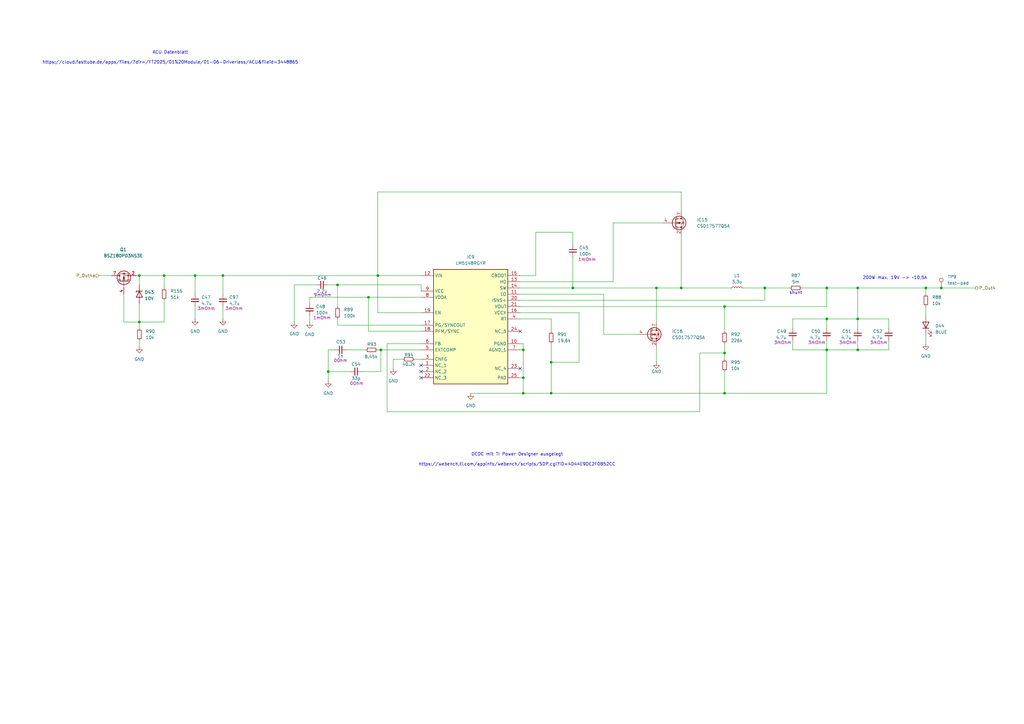
<source format=kicad_sch>
(kicad_sch (version 20231120) (generator "eeschema") (generator_version "8.0")
  (paper "A3")
  (title_block (title "PDU FT25") (date "2025-01-06") (rev "V1.1") (company "Janek Herm") (comment 1 "FaSTTUBe Electronics"))
  (lib_symbols
    (symbol "Connector:TestPoint" (pin_numbers hide) (pin_names (offset 0.762) hide)
      (property "Reference" "TP" (at 0 6.858 0))
      (property "Value" "TestPoint" (at 0 5.08 0))
      (symbol "TestPoint_0_1"
        (circle (center 0 3.302) (radius 0.762))
      )
      (symbol "TestPoint_1_1"
        (pin passive line (at 0 0 90) (length 2.54) (name "1") (number "1"))
      )
    )
    (symbol "Device:C_Small" (pin_numbers hide) (pin_names (offset 0.254) hide)
      (property "Reference" "C" (at 0.254 1.778 0))
      (property "Value" "C_Small" (at 0.254 -2.032 0))
      (symbol "C_Small_0_1"
        (polyline (pts (xy -1.524 -0.508) (xy 1.524 -0.508)) (stroke (width 0.3302)))
        (polyline (pts (xy -1.524 0.508) (xy 1.524 0.508)) (stroke (width 0.3048)))
      )
      (symbol "C_Small_1_1"
        (pin passive line (at 0 2.54 270) (length 2.032) (name "~") (number "1"))
        (pin passive line (at 0 -2.54 90) (length 2.032) (name "~") (number "2"))
      )
    )
    (symbol "Device:D_Zener" (pin_numbers hide) (pin_names (offset 1.016) hide)
      (property "Reference" "D" (at 0 2.54 0))
      (property "Value" "D_Zener" (at 0 -2.54 0))
      (symbol "D_Zener_0_1"
        (polyline (pts (xy 1.27 0) (xy -1.27 0)))
        (polyline (pts (xy -1.27 -1.27) (xy -1.27 1.27) (xy -0.762 1.27)) (stroke (width 0.254)))
        (polyline (pts (xy 1.27 -1.27) (xy 1.27 1.27) (xy -1.27 0) (xy 1.27 -1.27)) (stroke (width 0.254)))
      )
      (symbol "D_Zener_1_1"
        (pin passive line (at -3.81 0 0) (length 2.54) (name "K") (number "1"))
        (pin passive line (at 3.81 0 180) (length 2.54) (name "A") (number "2"))
      )
    )
    (symbol "Device:LED" (pin_numbers hide) (pin_names (offset 1.016) hide)
      (property "Reference" "D" (at 0 2.54 0))
      (property "Value" "LED" (at 0 -2.54 0))
      (symbol "LED_0_1"
        (polyline (pts (xy -1.27 -1.27) (xy -1.27 1.27)) (stroke (width 0.254)))
        (polyline (pts (xy -1.27 0) (xy 1.27 0)))
        (polyline (pts (xy 1.27 -1.27) (xy 1.27 1.27) (xy -1.27 0) (xy 1.27 -1.27)) (stroke (width 0.254)))
        (polyline (pts (xy -3.048 -0.762) (xy -4.572 -2.286) (xy -3.81 -2.286) (xy -4.572 -2.286) (xy -4.572 -1.524)))
        (polyline (pts (xy -1.778 -0.762) (xy -3.302 -2.286) (xy -2.54 -2.286) (xy -3.302 -2.286) (xy -3.302 -1.524)))
      )
      (symbol "LED_1_1"
        (pin passive line (at -3.81 0 0) (length 2.54) (name "K") (number "1"))
        (pin passive line (at 3.81 0 180) (length 2.54) (name "A") (number "2"))
      )
    )
    (symbol "Device:L_Small" (pin_numbers hide) (pin_names (offset 0.254) hide)
      (property "Reference" "L" (at 0.762 1.016 0))
      (property "Value" "L_Small" (at 0.762 -1.016 0))
      (symbol "L_Small_0_1"
        (arc (start 0 -2.032) (mid 0.5058 -1.524) (end 0 -1.016))
        (arc (start 0 -1.016) (mid 0.5058 -0.508) (end 0 0))
        (arc (start 0 0) (mid 0.5058 0.508) (end 0 1.016))
        (arc (start 0 1.016) (mid 0.5058 1.524) (end 0 2.032))
      )
      (symbol "L_Small_1_1"
        (pin passive line (at 0 2.54 270) (length 0.508) (name "~") (number "1"))
        (pin passive line (at 0 -2.54 90) (length 0.508) (name "~") (number "2"))
      )
    )
    (symbol "Device:R_Small" (pin_numbers hide) (pin_names (offset 0.254) hide)
      (property "Reference" "R" (at 0.762 0.508 0))
      (property "Value" "R_Small" (at 0.762 -1.016 0))
      (symbol "R_Small_0_1"
        (rectangle (start -0.762 1.778) (end 0.762 -1.778) (stroke (width 0.2032)))
      )
      (symbol "R_Small_1_1"
        (pin passive line (at 0 2.54 270) (length 0.762) (name "~") (number "1"))
        (pin passive line (at 0 -2.54 90) (length 0.762) (name "~") (number "2"))
      )
    )
    (symbol "FaSTTUBe_microcontrollers:BSZ180P03NS3E"
      (property "Reference" "Q" (at 4.445 0.635 0))
      (symbol "BSZ180P03NS3E_0_1"
        (circle (center -0.889 0) (radius 2.794) (stroke (width 0.254)))
        (circle (center 0 -1.778) (radius 0.254) (fill (type outline)))
        (polyline (pts (xy -2.286 0) (xy -5.08 0)))
        (polyline (pts (xy -2.286 1.905) (xy -2.286 -1.905)) (stroke (width 0.254)))
        (polyline (pts (xy -1.778 -1.27) (xy -1.778 -2.286)) (stroke (width 0.254)))
        (polyline (pts (xy -1.778 0.508) (xy -1.778 -0.508)) (stroke (width 0.254)))
        (polyline (pts (xy -1.778 2.286) (xy -1.778 1.27)) (stroke (width 0.254)))
        (polyline (pts (xy 0 1.905) (xy 0 2.54)))
        (polyline (pts (xy 0 2.54) (xy 0 1.778)))
        (polyline (pts (xy 0 -2.54) (xy 0 0) (xy -1.778 0)))
        (polyline (pts (xy -1.778 1.778) (xy 0.762 1.778) (xy 0.762 -1.778) (xy -1.778 -1.778)))
        (polyline (pts (xy -0.254 0) (xy -1.27 0.381) (xy -1.27 -0.381) (xy -0.254 0)) (fill (type outline)))
        (polyline (pts (xy 0.254 -0.508) (xy 0.381 -0.381) (xy 1.143 -0.381) (xy 1.27 -0.254)))
        (polyline (pts (xy 0.762 -0.381) (xy 0.381 0.254) (xy 1.143 0.254) (xy 0.762 -0.381)))
        (circle (center 0 1.778) (radius 0.254) (fill (type outline)))
      )
      (symbol "BSZ180P03NS3E_1_1"
        (pin passive line (at 0 -5.08 90) (length 2.54) hide (name "") (number "1"))
        (pin passive line (at 0 -5.08 90) (length 2.54) hide (name "") (number "10"))
        (pin passive line (at 0 -5.08 90) (length 2.54) (name "") (number "2"))
        (pin passive line (at 0 -5.08 90) (length 2.54) hide (name "") (number "3"))
        (pin input line (at -7.62 0 0) (length 2.54) (name "") (number "4"))
        (pin passive line (at 0 5.08 270) (length 2.54) hide (name "") (number "5"))
        (pin passive line (at 0 5.08 270) (length 2.54) hide (name "") (number "6"))
        (pin passive line (at 0 5.08 270) (length 2.54) (name "") (number "7"))
        (pin passive line (at 0 5.08 270) (length 2.54) hide (name "") (number "8"))
        (pin passive line (at 0 5.08 270) (length 2.54) hide (name "") (number "9"))
      )
    )
    (symbol "FaSTTUBe_microcontrollers:CSD17577Q5A"
      (property "Reference" "IC" (at 9.144 -15.113 0))
      (property "Value" "CSD17577Q5A" (at 9.906 -17.145 0))
      (symbol "CSD17577Q5A_0_1"
        (circle (center -0.889 -16.51) (radius 2.794) (stroke (width 0.254)))
        (circle (center 0 -18.288) (radius 0.254) (fill (type outline)))
        (circle (center 0 -14.732) (radius 0.254) (fill (type outline)))
        (polyline (pts (xy -2.286 -16.51) (xy -5.08 -16.51)))
        (polyline (pts (xy -2.286 -14.605) (xy -2.286 -18.415)) (stroke (width 0.254)))
        (polyline (pts (xy -1.778 -17.78) (xy -1.778 -18.796)) (stroke (width 0.254)))
        (polyline (pts (xy -1.778 -16.002) (xy -1.778 -17.018)) (stroke (width 0.254)))
        (polyline (pts (xy -1.778 -14.224) (xy -1.778 -15.24)) (stroke (width 0.254)))
        (polyline (pts (xy 0 -13.97) (xy 0 -14.732)))
        (polyline (pts (xy 0 -19.05) (xy 0 -16.51) (xy -1.778 -16.51)))
        (polyline (pts (xy -1.778 -18.288) (xy 0.762 -18.288) (xy 0.762 -14.732) (xy -1.778 -14.732)))
        (polyline (pts (xy -1.524 -16.51) (xy -0.508 -16.129) (xy -0.508 -16.891) (xy -1.524 -16.51)) (fill (type outline)))
        (polyline (pts (xy 0.254 -16.002) (xy 0.381 -16.129) (xy 1.143 -16.129) (xy 1.27 -16.256)))
        (polyline (pts (xy 0.762 -16.129) (xy 0.381 -16.764) (xy 1.143 -16.764) (xy 0.762 -16.129)))
      )
      (symbol "CSD17577Q5A_1_1"
        (pin passive line (at 0 -21.59 90) (length 2.54) hide (name "") (number "1"))
        (pin passive line (at 0 -21.59 90) (length 2.54) (name "") (number "2"))
        (pin passive line (at 0 -21.59 90) (length 2.54) hide (name "") (number "3"))
        (pin input line (at -7.62 -16.51 0) (length 2.54) (name "") (number "4"))
        (pin passive line (at 0 -11.43 270) (length 2.54) hide (name "") (number "5"))
        (pin passive line (at 0 -11.43 270) (length 2.54) hide (name "") (number "6"))
        (pin passive line (at 0 -11.43 270) (length 2.54) (name "") (number "7"))
        (pin passive line (at 0 -11.43 270) (length 2.54) hide (name "") (number "8"))
        (pin passive line (at 0 -11.43 270) (length 2.54) hide (name "") (number "9"))
      )
    )
    (symbol "LM5148RGYR:LM5148RGYR"
      (property "Reference" "IC" (at 36.83 17.78 0))
      (property "Value" "LM5148RGYR" (at 36.83 15.24 0))
      (symbol "LM5148RGYR_1_1"
        (rectangle (start 5.08 12.7) (end 35.56 -34.29) (stroke (width 0.254)) (fill (type background)))
        (pin passive line (at 0 -26.67 0) (length 5.08) (name "NC_1") (number "1"))
        (pin passive line (at 40.64 -17.78 180) (length 5.08) (name "PGND") (number "10"))
        (pin passive line (at 40.64 2.54 180) (length 5.08) (name "LO") (number "11"))
        (pin passive line (at 0 10.16 0) (length 5.08) (name "VIN") (number "12"))
        (pin passive line (at 40.64 7.62 180) (length 5.08) (name "HO") (number "13"))
        (pin passive line (at 40.64 5.08 180) (length 5.08) (name "SW") (number "14"))
        (pin passive line (at 40.64 10.16 180) (length 5.08) (name "CBOOT") (number "15"))
        (pin passive line (at 40.64 -5.08 180) (length 5.08) (name "VCCX") (number "16"))
        (pin passive line (at 0 -10.16 0) (length 5.08) (name "PG/SYNCOUT") (number "17"))
        (pin passive line (at 0 -12.7 0) (length 5.08) (name "PFM/SYNC") (number "18"))
        (pin passive line (at 0 -5.08 0) (length 5.08) (name "EN") (number "19"))
        (pin passive line (at 0 -29.21 0) (length 5.08) (name "NC_2") (number "2"))
        (pin passive line (at 40.64 0 180) (length 5.08) (name "ISNS+") (number "20"))
        (pin passive line (at 40.64 -2.54 180) (length 5.08) (name "VOUT") (number "21"))
        (pin passive line (at 0 -31.75 0) (length 5.08) (name "NC_3") (number "22"))
        (pin passive line (at 40.64 -27.94 180) (length 5.08) (name "NC_4") (number "23"))
        (pin passive line (at 40.64 -12.7 180) (length 5.08) (name "NC_5") (number "24"))
        (pin passive line (at 40.64 -31.75 180) (length 5.08) (name "PAD") (number "25"))
        (pin passive line (at 0 -24.13 0) (length 5.08) (name "CNFG") (number "3"))
        (pin passive line (at 40.64 -7.62 180) (length 5.08) (name "RT") (number "4"))
        (pin passive line (at 0 -20.32 0) (length 5.08) (name "EXTCOMP") (number "5"))
        (pin passive line (at 0 -17.78 0) (length 5.08) (name "FB") (number "6"))
        (pin passive line (at 40.64 -20.32 180) (length 5.08) (name "AGND_1") (number "7"))
        (pin passive line (at 0 1.27 0) (length 5.08) (name "VDDA") (number "8"))
        (pin passive line (at 0 3.81 0) (length 5.08) (name "VCC") (number "9"))
      )
    )
    (symbol "power:GND" (power) (pin_numbers hide) (pin_names (offset 0) hide)
      (property "Value" "GND" (at 0 -3.81 0))
      (symbol "GND_0_1"
        (polyline (pts (xy 0 0) (xy 0 -1.27) (xy 1.27 -1.27) (xy 0 -2.54) (xy -1.27 -1.27) (xy 0 -1.27)))
      )
      (symbol "GND_1_1"
        (pin power_in line (at 0 0 270) (length 0) (name "~") (number "1"))
      )
    )
  )
  (junction (at 214.63 161.29))
  (junction (at 279.4 118.11))
  (junction (at 351.79 130.81))
  (junction (at 57.15 113.03))
  (junction (at 339.09 143.51))
  (junction (at 386.08 118.11))
  (junction (at 379.73 118.11))
  (junction (at 67.31 113.03))
  (junction (at 80.01 113.03))
  (junction (at 351.79 118.11))
  (junction (at 269.24 118.11))
  (junction (at 226.06 161.29))
  (junction (at 151.13 121.92))
  (junction (at 214.63 154.94))
  (junction (at 297.18 144.78))
  (junction (at 156.21 143.51))
  (junction (at 313.69 118.11))
  (junction (at 297.18 125.73))
  (junction (at 138.43 116.84))
  (junction (at 234.95 118.11))
  (junction (at 57.15 132.08))
  (junction (at 154.94 113.03))
  (junction (at 91.44 113.03))
  (junction (at 226.06 148.59))
  (junction (at 339.09 118.11))
  (junction (at 297.18 161.29))
  (junction (at 339.09 130.81))
  (junction (at 351.79 143.51))
  (junction (at 134.62 152.4))
  (junction (at 214.63 143.51))
  (no_connect (at 172.72 152.4))
  (no_connect (at 172.72 154.94))
  (no_connect (at 172.72 149.86))
  (no_connect (at 213.36 151.13))
  (no_connect (at 213.36 135.89))
  (wire (pts (xy 226.06 130.81) (xy 226.06 135.89)))
  (wire (pts (xy 57.15 139.7) (xy 57.15 142.24)))
  (wire (pts (xy 339.09 130.81) (xy 351.79 130.81)))
  (wire (pts (xy 120.65 132.08) (xy 120.65 116.84)))
  (wire (pts (xy 297.18 152.4) (xy 297.18 161.29)))
  (wire (pts (xy 351.79 143.51) (xy 364.49 143.51)))
  (wire (pts (xy 213.36 128.27) (xy 237.49 128.27)))
  (wire (pts (xy 214.63 143.51) (xy 213.36 143.51)))
  (wire (pts (xy 158.75 168.91) (xy 287.02 168.91)))
  (wire (pts (xy 214.63 161.29) (xy 226.06 161.29)))
  (wire (pts (xy 127 121.92) (xy 127 124.46)))
  (wire (pts (xy 269.24 118.11) (xy 279.4 118.11)))
  (wire (pts (xy 226.06 148.59) (xy 226.06 161.29)))
  (wire (pts (xy 91.44 113.03) (xy 154.94 113.03)))
  (wire (pts (xy 339.09 139.7) (xy 339.09 143.51)))
  (wire (pts (xy 351.79 118.11) (xy 351.79 130.81)))
  (wire (pts (xy 351.79 118.11) (xy 379.73 118.11)))
  (wire (pts (xy 379.73 118.11) (xy 386.08 118.11)))
  (wire (pts (xy 364.49 134.62) (xy 364.49 130.81)))
  (wire (pts (xy 154.94 78.74) (xy 279.4 78.74)))
  (wire (pts (xy 297.18 161.29) (xy 339.09 161.29)))
  (wire (pts (xy 127 121.92) (xy 151.13 121.92)))
  (wire (pts (xy 325.12 134.62) (xy 325.12 130.81)))
  (wire (pts (xy 364.49 139.7) (xy 364.49 143.51)))
  (wire (pts (xy 339.09 143.51) (xy 339.09 161.29)))
  (wire (pts (xy 67.31 113.03) (xy 80.01 113.03)))
  (wire (pts (xy 214.63 140.97) (xy 213.36 140.97)))
  (wire (pts (xy 269.24 118.11) (xy 269.24 132.08)))
  (wire (pts (xy 148.59 152.4) (xy 156.21 152.4)))
  (wire (pts (xy 154.94 113.03) (xy 172.72 113.03)))
  (wire (pts (xy 172.72 128.27) (xy 154.94 128.27)))
  (wire (pts (xy 91.44 113.03) (xy 91.44 120.65)))
  (wire (pts (xy 80.01 125.73) (xy 80.01 130.81)))
  (wire (pts (xy 214.63 161.29) (xy 214.63 154.94)))
  (wire (pts (xy 172.72 140.97) (xy 158.75 140.97)))
  (wire (pts (xy 234.95 95.25) (xy 234.95 100.33)))
  (wire (pts (xy 120.65 116.84) (xy 129.54 116.84)))
  (wire (pts (xy 325.12 143.51) (xy 325.12 139.7)))
  (wire (pts (xy 156.21 152.4) (xy 156.21 143.51)))
  (wire (pts (xy 57.15 113.03) (xy 67.31 113.03)))
  (wire (pts (xy 213.36 130.81) (xy 226.06 130.81)))
  (wire (pts (xy 379.73 137.16) (xy 379.73 140.97)))
  (wire (pts (xy 325.12 130.81) (xy 339.09 130.81)))
  (wire (pts (xy 57.15 124.46) (xy 57.15 132.08)))
  (wire (pts (xy 161.29 151.13) (xy 161.29 147.32)))
  (wire (pts (xy 313.69 118.11) (xy 323.85 118.11)))
  (wire (pts (xy 158.75 140.97) (xy 158.75 168.91)))
  (wire (pts (xy 339.09 130.81) (xy 339.09 134.62)))
  (wire (pts (xy 379.73 125.73) (xy 379.73 129.54)))
  (wire (pts (xy 214.63 143.51) (xy 214.63 154.94)))
  (wire (pts (xy 138.43 133.35) (xy 138.43 130.81)))
  (wire (pts (xy 351.79 134.62) (xy 351.79 130.81)))
  (wire (pts (xy 313.69 123.19) (xy 313.69 118.11)))
  (wire (pts (xy 251.46 91.44) (xy 251.46 115.57)))
  (wire (pts (xy 386.08 118.11) (xy 400.05 118.11)))
  (wire (pts (xy 237.49 148.59) (xy 226.06 148.59)))
  (wire (pts (xy 351.79 130.81) (xy 364.49 130.81)))
  (wire (pts (xy 234.95 118.11) (xy 269.24 118.11)))
  (wire (pts (xy 154.94 113.03) (xy 154.94 78.74)))
  (wire (pts (xy 134.62 143.51) (xy 137.16 143.51)))
  (wire (pts (xy 80.01 113.03) (xy 91.44 113.03)))
  (wire (pts (xy 247.65 120.65) (xy 213.36 120.65)))
  (wire (pts (xy 213.36 118.11) (xy 234.95 118.11)))
  (wire (pts (xy 219.71 113.03) (xy 219.71 95.25)))
  (wire (pts (xy 91.44 125.73) (xy 91.44 130.81)))
  (wire (pts (xy 138.43 125.73) (xy 138.43 116.84)))
  (wire (pts (xy 213.36 113.03) (xy 219.71 113.03)))
  (wire (pts (xy 279.4 78.74) (xy 279.4 86.36)))
  (wire (pts (xy 57.15 113.03) (xy 57.15 116.84)))
  (wire (pts (xy 247.65 120.65) (xy 247.65 137.16)))
  (wire (pts (xy 351.79 139.7) (xy 351.79 143.51)))
  (wire (pts (xy 151.13 135.89) (xy 151.13 121.92)))
  (wire (pts (xy 127 129.54) (xy 127 132.08)))
  (wire (pts (xy 325.12 143.51) (xy 339.09 143.51)))
  (wire (pts (xy 339.09 118.11) (xy 339.09 125.73)))
  (wire (pts (xy 379.73 118.11) (xy 379.73 120.65)))
  (wire (pts (xy 67.31 132.08) (xy 57.15 132.08)))
  (wire (pts (xy 219.71 95.25) (xy 234.95 95.25)))
  (wire (pts (xy 149.86 143.51) (xy 142.24 143.51)))
  (wire (pts (xy 297.18 140.97) (xy 297.18 144.78)))
  (wire (pts (xy 134.62 152.4) (xy 134.62 156.21)))
  (wire (pts (xy 297.18 125.73) (xy 297.18 135.89)))
  (wire (pts (xy 279.4 96.52) (xy 279.4 118.11)))
  (wire (pts (xy 134.62 143.51) (xy 134.62 152.4)))
  (wire (pts (xy 50.8 120.65) (xy 50.8 132.08)))
  (wire (pts (xy 304.8 118.11) (xy 313.69 118.11)))
  (wire (pts (xy 161.29 147.32) (xy 165.1 147.32)))
  (wire (pts (xy 214.63 154.94) (xy 213.36 154.94)))
  (wire (pts (xy 80.01 113.03) (xy 80.01 120.65)))
  (wire (pts (xy 172.72 121.92) (xy 151.13 121.92)))
  (wire (pts (xy 339.09 118.11) (xy 351.79 118.11)))
  (wire (pts (xy 154.94 143.51) (xy 156.21 143.51)))
  (wire (pts (xy 234.95 105.41) (xy 234.95 118.11)))
  (wire (pts (xy 287.02 168.91) (xy 287.02 144.78)))
  (wire (pts (xy 138.43 116.84) (xy 172.72 116.84)))
  (wire (pts (xy 154.94 128.27) (xy 154.94 113.03)))
  (wire (pts (xy 339.09 143.51) (xy 351.79 143.51)))
  (wire (pts (xy 269.24 148.59) (xy 269.24 142.24)))
  (wire (pts (xy 172.72 133.35) (xy 138.43 133.35)))
  (wire (pts (xy 193.04 161.29) (xy 214.63 161.29)))
  (wire (pts (xy 172.72 116.84) (xy 172.72 119.38)))
  (wire (pts (xy 226.06 161.29) (xy 297.18 161.29)))
  (wire (pts (xy 172.72 135.89) (xy 151.13 135.89)))
  (wire (pts (xy 213.36 115.57) (xy 251.46 115.57)))
  (wire (pts (xy 170.18 147.32) (xy 172.72 147.32)))
  (wire (pts (xy 67.31 113.03) (xy 67.31 118.11)))
  (wire (pts (xy 214.63 140.97) (xy 214.63 143.51)))
  (wire (pts (xy 55.88 113.03) (xy 57.15 113.03)))
  (wire (pts (xy 57.15 132.08) (xy 57.15 134.62)))
  (wire (pts (xy 247.65 137.16) (xy 261.62 137.16)))
  (wire (pts (xy 226.06 140.97) (xy 226.06 148.59)))
  (wire (pts (xy 328.93 118.11) (xy 339.09 118.11)))
  (wire (pts (xy 279.4 118.11) (xy 299.72 118.11)))
  (wire (pts (xy 67.31 123.19) (xy 67.31 132.08)))
  (wire (pts (xy 134.62 152.4) (xy 143.51 152.4)))
  (wire (pts (xy 297.18 144.78) (xy 297.18 147.32)))
  (wire (pts (xy 156.21 143.51) (xy 172.72 143.51)))
  (wire (pts (xy 287.02 144.78) (xy 297.18 144.78)))
  (wire (pts (xy 40.64 113.03) (xy 45.72 113.03)))
  (wire (pts (xy 213.36 125.73) (xy 297.18 125.73)))
  (wire (pts (xy 213.36 123.19) (xy 313.69 123.19)))
  (wire (pts (xy 251.46 91.44) (xy 271.78 91.44)))
  (wire (pts (xy 297.18 125.73) (xy 339.09 125.73)))
  (wire (pts (xy 134.62 116.84) (xy 138.43 116.84)))
  (wire (pts (xy 50.8 132.08) (xy 57.15 132.08)))
  (wire (pts (xy 237.49 128.27) (xy 237.49 148.59)))
  (text "ACU Datenblatt\n\nhttps://cloud.fasttube.de/apps/files/?dir=/FT2025/01%20Module/01-06-Driverless/ACU&fileid=3448865" (at 69.85 23.622 0) (effects (font (size 1.27 1.27))))
  (text "200W max. 19V -> ~10,5A" (at 367.03 114.046 0) (effects (font (size 1.27 1.27))))
  (text "DCDC mit TI Power Designer ausgelegt\n\nhttps://webench.ti.com/appinfo/webench/scripts/SDP.cgi?ID=4D44E9DE2F0B52CC" (at 212.09 188.468 0) (effects (font (size 1.27 1.27))))
  (text "shunt" (at 326.39 120.142 0) (effects (font (size 1.27 1.27))))
  (hierarchical_label "P_Out4" (shape output) (at 400.05 118.11 0))
  (hierarchical_label "P_Out4a" (shape input) (at 40.64 113.03 180))
  (symbol (lib_id "power:GND") (at 269.24 148.59 0) (unit 1)
    (property "Reference" "#PWR0147" (effects (hide yes)))
    (property "Value" "GND" (at 267.208 152.3999 0) (effects (justify left)))
    (property "Description" "Power symbol creates a global label with name \"GND\" , ground" (effects (hide yes)))
  )
  (symbol (lib_id "FaSTTUBe_microcontrollers:CSD17577Q5A") (at 269.24 120.65 0) (unit 1)
    (property "Reference" "IC16" (at 275.59 135.8899 0) (effects (justify left)))
    (property "Value" "CSD17577Q5A" (at 275.59 138.4299 0) (effects (justify left)))
    (property "Footprint" "CSD17303Q5:CSD17303Q5" (effects (hide yes)))
    (property "Datasheet" "https://www.ti.com/lit/ds/symlink/csd17577q5a.pdf" (effects (hide yes)))
  )
  (symbol (lib_id "Device:R_Small") (at 152.4 143.51 270) (unit 1)
    (property "Reference" "R93" (at 154.4319 141.224 90) (effects (justify right)))
    (property "Value" "8.45k" (at 154.9399 146.304 90) (effects (justify right)))
    (property "Footprint" "Resistor_SMD:R_0603_1608Metric" (effects (hide yes)))
    (property "Description" "63mW, 1% Tolerance" (effects (hide yes)))
  )
  (symbol (lib_id "Device:R_Small") (at 226.06 138.43 180) (unit 1)
    (property "Reference" "R91" (at 228.6 137.1599 0) (effects (justify right)))
    (property "Value" "19.6k" (at 228.6 139.6999 0) (effects (justify right)))
    (property "Footprint" "Resistor_SMD:R_0603_1608Metric" (effects (hide yes)))
    (property "Description" "63mW, 1%" (effects (hide yes)))
  )
  (symbol (lib_id "Device:C_Small") (at 91.44 123.19 0) (unit 1)
    (property "Reference" "C97" (at 93.98 121.9262 0) (effects (justify left)))
    (property "Value" "4.7u" (at 93.98 124.4662 0) (effects (justify left)))
    (property "Footprint" "Capacitor_SMD:C_1210_3225Metric" (effects (hide yes)))
    (property "Description" "X7R, 50V" (effects (hide yes)))
    (property "Resistance" "3mOhm" (at 96.012 126.492 0))
    (property "MPR" "GRM31CR71H475KA12L" (effects (hide yes)))
  )
  (symbol (lib_id "power:GND") (at 379.73 140.97 0) (unit 1)
    (property "Reference" "#PWR0146" (effects (hide yes)))
    (property "Value" "GND" (at 379.73 146.05 0))
    (property "Description" "Power symbol creates a global label with name \"GND\" , ground" (effects (hide yes)))
  )
  (symbol (lib_id "Device:R_Small") (at 167.64 147.32 90) (unit 1)
    (property "Reference" "R94" (at 169.6719 145.542 90) (effects (justify left)))
    (property "Value" "40.2k" (at 170.4339 149.352 90) (effects (justify left)))
    (property "Footprint" "Resistor_SMD:R_0603_1608Metric" (effects (hide yes)))
    (property "Description" "100mW, 1% Tolerance" (effects (hide yes)))
  )
  (symbol (lib_id "Device:C_Small") (at 139.7 143.51 90) (unit 1)
    (property "Reference" "C53" (at 141.7382 140.208 90) (effects (justify left)))
    (property "Value" "1n" (at 140.9762 146.05 90) (effects (justify left)))
    (property "Footprint" "Capacitor_SMD:C_0603_1608Metric" (effects (hide yes)))
    (property "Description" "C0G / NP0, 50V" (effects (hide yes)))
    (property "Resistance" "0Ohm" (at 139.7 147.828 90))
  )
  (symbol (lib_id "Device:C_Small") (at 325.12 137.16 0) (mirror y) (unit 1)
    (property "Reference" "C49" (at 322.58 135.8962 0) (effects (justify left)))
    (property "Value" "4.7u" (at 322.58 138.4362 0) (effects (justify left)))
    (property "Footprint" "Capacitor_SMD:C_2220_5750Metric" (effects (hide yes)))
    (property "Description" "X7R, 50V" (effects (hide yes)))
    (property "Resistance" "3mOhm" (at 321.056 140.462 0))
  )
  (symbol (lib_id "power:GND") (at 134.62 156.21 0) (unit 1)
    (property "Reference" "#PWR0149" (effects (hide yes)))
    (property "Value" "GND" (at 134.62 161.29 0))
    (property "Description" "Power symbol creates a global label with name \"GND\" , ground" (effects (hide yes)))
  )
  (symbol (lib_id "Device:L_Small") (at 302.26 118.11 90) (unit 1)
    (property "Reference" "L1" (at 302.26 113.03 90))
    (property "Value" "3.3u" (at 302.26 115.57 90))
    (property "Footprint" "7443330330:WE-HCC_109021" (effects (hide yes)))
    (property "Datasheet" "https://www.we-online.com/components/products/datasheet/7443330330.pdf" (effects (hide yes)))
    (property "Description" "Inductor, small symbol" (effects (hide yes)))
    (property "MPR" "7443330330" (effects (hide yes)))
  )
  (symbol (lib_id "Device:R_Small") (at 379.73 123.19 0) (unit 1)
    (property "Reference" "R88" (at 382.27 121.9199 0) (effects (justify left)))
    (property "Value" "10k" (at 382.27 124.4599 0) (effects (justify left)))
    (property "Footprint" "Resistor_SMD:R_0603_1608Metric" (effects (hide yes)))
    (property "Description" "Resistor, small symbol" (effects (hide yes)))
  )
  (symbol (lib_id "Connector:TestPoint") (at 386.08 118.11 0) (unit 1)
    (property "Reference" "TP9" (at 388.62 113.5379 0) (effects (justify left)))
    (property "Value" "test-pad" (at 388.62 116.0779 0) (effects (justify left)))
    (property "Footprint" "5025:5025" (effects (hide yes)))
    (property "Description" "test point" (effects (hide yes)))
  )
  (symbol (lib_id "Device:R_Small") (at 57.15 137.16 0) (unit 1)
    (property "Reference" "R90" (at 59.69 135.8899 0) (effects (justify left)))
    (property "Value" "10k" (at 59.69 138.4299 0) (effects (justify left)))
    (property "Footprint" "Resistor_SMD:R_0603_1608Metric" (effects (hide yes)))
    (property "Description" "Resistor, small symbol" (effects (hide yes)))
  )
  (symbol (lib_id "Device:C_Small") (at 339.09 137.16 0) (mirror y) (unit 1)
    (property "Reference" "C50" (at 336.55 135.8962 0) (effects (justify left)))
    (property "Value" "4.7u" (at 336.55 138.4362 0) (effects (justify left)))
    (property "Footprint" "Capacitor_SMD:C_2220_5750Metric" (effects (hide yes)))
    (property "Description" "X7R, 50V" (effects (hide yes)))
    (property "Resistance" "3mOhm" (at 335.026 140.462 0))
  )
  (symbol (lib_id "Device:R_Small") (at 297.18 138.43 0) (unit 1)
    (property "Reference" "R92" (at 299.72 137.1599 0) (effects (justify left)))
    (property "Value" "226k" (at 299.72 139.6999 0) (effects (justify left)))
    (property "Footprint" "Resistor_SMD:R_0603_1608Metric" (effects (hide yes)))
    (property "Description" "63mW, 1%" (effects (hide yes)))
  )
  (symbol (lib_id "power:GND") (at 127 132.08 0) (unit 1)
    (property "Reference" "#PWR0144" (effects (hide yes)))
    (property "Value" "GND" (at 127 137.16 0))
    (property "Description" "Power symbol creates a global label with name \"GND\" , ground" (effects (hide yes)))
  )
  (symbol (lib_id "Device:C_Small") (at 351.79 137.16 0) (mirror y) (unit 1)
    (property "Reference" "C51" (at 349.25 135.8962 0) (effects (justify left)))
    (property "Value" "4.7u" (at 349.25 138.4362 0) (effects (justify left)))
    (property "Footprint" "Capacitor_SMD:C_2220_5750Metric" (effects (hide yes)))
    (property "Description" "X7R, 50V" (effects (hide yes)))
    (property "Resistance" "3mOhm" (at 347.726 140.462 0))
  )
  (symbol (lib_id "FaSTTUBe_microcontrollers:CSD17577Q5A") (at 279.4 74.93 0) (unit 1)
    (property "Reference" "IC15" (at 285.75 90.1699 0) (effects (justify left)))
    (property "Value" "CSD17577Q5A" (at 285.75 92.7099 0) (effects (justify left)))
    (property "Footprint" "CSD17303Q5:CSD17303Q5" (effects (hide yes)))
    (property "Datasheet" "https://www.ti.com/lit/ds/symlink/csd17577q5a.pdf" (effects (hide yes)))
  )
  (symbol (lib_id "Device:R_Small") (at 138.43 128.27 0) (unit 1)
    (property "Reference" "R89" (at 140.97 126.9999 0) (effects (justify left)))
    (property "Value" "100k" (at 140.97 129.5399 0) (effects (justify left)))
    (property "Footprint" "Resistor_SMD:R_0603_1608Metric" (effects (hide yes)))
    (property "Description" "100mW, 1% Tolerance" (effects (hide yes)))
  )
  (symbol (lib_id "Device:C_Small") (at 146.05 152.4 270) (unit 1)
    (property "Reference" "C54" (at 146.0436 149.352 90))
    (property "Value" "33p" (at 146.0436 155.194 90))
    (property "Footprint" "Capacitor_SMD:C_0805_2012Metric" (effects (hide yes)))
    (property "Description" "C0G / NP0, 50V" (effects (hide yes)))
    (property "Resistance" "0Ohm" (at 146.304 157.226 90))
  )
  (symbol (lib_id "FaSTTUBe_microcontrollers:BSZ180P03NS3E") (at 50.8 113.03 90) (unit 1)
    (property "Reference" "Q1" (at 50.546 102.362 90))
    (property "Value" "BSZ180P03NS3E" (at 50.546 104.902 90))
    (property "Footprint" "BSZ180P03NS3E:TSDSON-8-FL_INF" (effects (hide yes)))
    (property "Datasheet" "https://www.mouser.de/datasheet/2/196/Infineon_BSZ180P03NS3E_G_DS_v02_01_en-1731313.pdf" (effects (hide yes)))
  )
  (symbol (lib_id "LM5148RGYR:LM5148RGYR") (at 172.72 123.19 0) (unit 1)
    (property "Reference" "IC9" (at 193.04 105.41 0))
    (property "Value" "LM5148RGYR" (at 193.04 107.95 0))
    (property "Footprint" "LM5148RGY:LM5148RGYR" (effects (hide yes)))
    (property "Datasheet" "https://www.ti.com/lit/ds/symlink/lm5148.pdf?ts=1680990210570&ref_url=https%253A%252F%252Fwww.ti.com%252Fproduct%252FLM5148" (effects (hide yes)))
    (property "Description" "Switching Controllers 3.5-V to 80-V, current mode synchronous buck controller" (effects (hide yes)))
    (property "Height" "1" (effects (hide yes)))
    (property "Mouser Part Number" "595-LM5148RGYR" (effects (hide yes)))
    (property "Mouser Price/Stock" "https://www.mouser.co.uk/ProductDetail/Texas-Instruments/LM5148RGYR?qs=Jm2GQyTW%2FbgsJOyzcNbTmw%3D%3D" (effects (hide yes)))
    (property "Manufacturer_Name" "Texas Instruments" (effects (hide yes)))
    (property "Manufacturer_Part_Number" "LM5148RGYR" (effects (hide yes)))
  )
  (symbol (lib_id "Device:R_Small") (at 297.18 149.86 0) (unit 1)
    (property "Reference" "R95" (at 299.72 148.5899 0) (effects (justify left)))
    (property "Value" "10k" (at 299.72 151.1299 0) (effects (justify left)))
    (property "Footprint" "Resistor_SMD:R_0603_1608Metric" (effects (hide yes)))
    (property "Description" "63mW, 1%" (effects (hide yes)))
  )
  (symbol (lib_id "power:GND") (at 80.01 130.81 0) (unit 1)
    (property "Reference" "#PWR0142" (effects (hide yes)))
    (property "Value" "GND" (at 80.01 135.89 0))
    (property "Description" "Power symbol creates a global label with name \"GND\" , ground" (effects (hide yes)))
  )
  (symbol (lib_id "Device:D_Zener") (at 57.15 120.65 90) (mirror x) (unit 1)
    (property "Reference" "D43" (at 61.214 119.888 90))
    (property "Value" "10V" (at 61.214 122.428 90))
    (property "Footprint" "3SMAJ5934B-TP:DIOM5226X244N" (effects (hide yes)))
    (property "Datasheet" "https://www.mouser.de/datasheet/2/258/3SMAJ5918B_3SMAJ5956B_SMA_-3423242.pdf" (effects (hide yes)))
    (property "Description" "Zener diode" (effects (hide yes)))
    (property "MPR" "3SMAJ5925B" (effects (hide yes)))
  )
  (symbol (lib_id "Device:LED") (at 379.73 133.35 90) (unit 1)
    (property "Reference" "D44" (at 383.54 133.6674 90) (effects (justify right)))
    (property "Value" "BLUE" (at 383.54 136.2074 90) (effects (justify right)))
    (property "Footprint" "LED_SMD:LED_0603_1608Metric" (effects (hide yes)))
    (property "Datasheet" "https://www.we-online.com/components/products/datasheet/150060BS75000.pdf" (effects (hide yes)))
    (property "Description" "Light emitting diode" (effects (hide yes)))
    (property "MPR" "150060BS75000" (effects (hide yes)))
  )
  (symbol (lib_id "power:GND") (at 193.04 161.29 0) (unit 1)
    (property "Reference" "#PWR0150" (effects (hide yes)))
    (property "Value" "GND" (at 193.04 166.37 0))
    (property "Description" "Power symbol creates a global label with name \"GND\" , ground" (effects (hide yes)))
  )
  (symbol (lib_id "power:GND") (at 91.44 130.81 0) (unit 1)
    (property "Reference" "#PWR0229" (effects (hide yes)))
    (property "Value" "GND" (at 91.44 135.89 0))
    (property "Description" "Power symbol creates a global label with name \"GND\" , ground" (effects (hide yes)))
  )
  (symbol (lib_id "Device:C_Small") (at 132.08 116.84 90) (unit 1)
    (property "Reference" "C46" (at 132.0863 114.046 90))
    (property "Value" "2.2u" (at 132.0863 119.38 90))
    (property "Footprint" "Capacitor_SMD:C_0603_1608Metric" (effects (hide yes)))
    (property "Description" "X7R, 10V" (effects (hide yes)))
    (property "Resistance" "9mOhm" (at 132.334 120.904 90))
    (property "MPR" "GRM188R71A225KE15D" (effects (hide yes)))
  )
  (symbol (lib_id "power:GND") (at 57.15 142.24 0) (unit 1)
    (property "Reference" "#PWR0145" (effects (hide yes)))
    (property "Value" "GND" (at 57.15 147.32 0))
    (property "Description" "Power symbol creates a global label with name \"GND\" , ground" (effects (hide yes)))
  )
  (symbol (lib_id "Device:R_Small") (at 67.31 120.65 0) (unit 1)
    (property "Reference" "R155" (at 69.85 119.3799 0) (effects (justify left)))
    (property "Value" "51k" (at 69.85 121.9199 0) (effects (justify left)))
    (property "Footprint" "Resistor_SMD:R_0603_1608Metric" (effects (hide yes)))
    (property "Description" "Resistor, small symbol" (effects (hide yes)))
  )
  (symbol (lib_id "Device:R_Small") (at 326.39 118.11 90) (unit 1)
    (property "Reference" "R87" (at 326.39 113.03 90))
    (property "Value" "5m" (at 326.39 115.57 90))
    (property "Footprint" "Resistor_SMD:R_2512_6332Metric" (effects (hide yes)))
    (property "Description" "Resistor, small symbol" (effects (hide yes)))
    (property "MPR" "MFSA1206R0050FCM" (effects (hide yes)))
  )
  (symbol (lib_id "Device:C_Small") (at 127 127 0) (unit 1)
    (property "Reference" "C48" (at 129.54 125.7362 0) (effects (justify left)))
    (property "Value" "100n" (at 129.54 128.2762 0) (effects (justify left)))
    (property "Footprint" "Capacitor_SMD:C_0603_1608Metric" (effects (hide yes)))
    (property "Description" "X7R, 10V" (effects (hide yes)))
    (property "Resistance" "1mOhm" (at 132.08 130.302 0))
    (property "MPR" "GRM155R71A104KA01D" (effects (hide yes)))
  )
  (symbol (lib_id "Device:C_Small") (at 234.95 102.87 0) (unit 1)
    (property "Reference" "C45" (at 237.49 101.6062 0) (effects (justify left)))
    (property "Value" "100n" (at 237.49 104.1462 0) (effects (justify left)))
    (property "Footprint" "Capacitor_SMD:C_0603_1608Metric" (effects (hide yes)))
    (property "Description" "X7R, 10V" (effects (hide yes)))
    (property "Resistance" "1mOhm" (at 240.792 106.426 0))
  )
  (symbol (lib_id "Device:C_Small") (at 80.01 123.19 0) (unit 1)
    (property "Reference" "C47" (at 82.55 121.9262 0) (effects (justify left)))
    (property "Value" "4.7u" (at 82.55 124.4662 0) (effects (justify left)))
    (property "Footprint" "Capacitor_SMD:C_1210_3225Metric" (effects (hide yes)))
    (property "Description" "X7R, 50V" (effects (hide yes)))
    (property "Resistance" "3mOhm" (at 84.582 126.492 0))
    (property "MPR" "GRM31CR71H475KA12L" (effects (hide yes)))
  )
  (symbol (lib_id "power:GND") (at 120.65 132.08 0) (unit 1)
    (property "Reference" "#PWR0143" (effects (hide yes)))
    (property "Value" "GND" (at 118.618 136.9059 0) (effects (justify left)))
    (property "Description" "Power symbol creates a global label with name \"GND\" , ground" (effects (hide yes)))
  )
  (symbol (lib_id "power:GND") (at 161.29 151.13 0) (unit 1)
    (property "Reference" "#PWR0148" (effects (hide yes)))
    (property "Value" "GND" (at 161.29 156.21 0))
    (property "Description" "Power symbol creates a global label with name \"GND\" , ground" (effects (hide yes)))
  )
  (symbol (lib_id "Device:C_Small") (at 364.49 137.16 0) (mirror y) (unit 1)
    (property "Reference" "C52" (at 361.95 135.8962 0) (effects (justify left)))
    (property "Value" "4.7u" (at 361.95 138.4362 0) (effects (justify left)))
    (property "Footprint" "Capacitor_SMD:C_2220_5750Metric" (effects (hide yes)))
    (property "Description" "X7R, 50V" (effects (hide yes)))
    (property "Resistance" "3mOhm" (at 360.426 140.462 0))
  )
)
</source>
